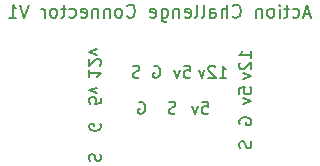
<source format=gbr>
G04 #@! TF.GenerationSoftware,KiCad,Pcbnew,7.0.1*
G04 #@! TF.CreationDate,2023-08-14T23:40:13-05:00*
G04 #@! TF.ProjectId,ButtonToActionChallenge,42757474-6f6e-4546-9f41-6374696f6e43,rev?*
G04 #@! TF.SameCoordinates,Original*
G04 #@! TF.FileFunction,Legend,Bot*
G04 #@! TF.FilePolarity,Positive*
%FSLAX46Y46*%
G04 Gerber Fmt 4.6, Leading zero omitted, Abs format (unit mm)*
G04 Created by KiCad (PCBNEW 7.0.1) date 2023-08-14 23:40:13*
%MOMM*%
%LPD*%
G01*
G04 APERTURE LIST*
%ADD10C,0.150000*%
%ADD11C,0.200000*%
G04 APERTURE END LIST*
D10*
X142870380Y-71374095D02*
X142870380Y-71945523D01*
X142870380Y-71659809D02*
X143870380Y-71659809D01*
X143870380Y-71659809D02*
X143727523Y-71755047D01*
X143727523Y-71755047D02*
X143632285Y-71850285D01*
X143632285Y-71850285D02*
X143584666Y-71945523D01*
X143775142Y-70993142D02*
X143822761Y-70945523D01*
X143822761Y-70945523D02*
X143870380Y-70850285D01*
X143870380Y-70850285D02*
X143870380Y-70612190D01*
X143870380Y-70612190D02*
X143822761Y-70516952D01*
X143822761Y-70516952D02*
X143775142Y-70469333D01*
X143775142Y-70469333D02*
X143679904Y-70421714D01*
X143679904Y-70421714D02*
X143584666Y-70421714D01*
X143584666Y-70421714D02*
X143441809Y-70469333D01*
X143441809Y-70469333D02*
X142870380Y-71040761D01*
X142870380Y-71040761D02*
X142870380Y-70421714D01*
X143537047Y-70088380D02*
X142870380Y-69850285D01*
X142870380Y-69850285D02*
X143537047Y-69612190D01*
D11*
X147129523Y-71966000D02*
X146986666Y-72013619D01*
X146986666Y-72013619D02*
X146748571Y-72013619D01*
X146748571Y-72013619D02*
X146653333Y-71966000D01*
X146653333Y-71966000D02*
X146605714Y-71918380D01*
X146605714Y-71918380D02*
X146558095Y-71823142D01*
X146558095Y-71823142D02*
X146558095Y-71727904D01*
X146558095Y-71727904D02*
X146605714Y-71632666D01*
X146605714Y-71632666D02*
X146653333Y-71585047D01*
X146653333Y-71585047D02*
X146748571Y-71537428D01*
X146748571Y-71537428D02*
X146939047Y-71489809D01*
X146939047Y-71489809D02*
X147034285Y-71442190D01*
X147034285Y-71442190D02*
X147081904Y-71394571D01*
X147081904Y-71394571D02*
X147129523Y-71299333D01*
X147129523Y-71299333D02*
X147129523Y-71204095D01*
X147129523Y-71204095D02*
X147081904Y-71108857D01*
X147081904Y-71108857D02*
X147034285Y-71061238D01*
X147034285Y-71061238D02*
X146939047Y-71013619D01*
X146939047Y-71013619D02*
X146700952Y-71013619D01*
X146700952Y-71013619D02*
X146558095Y-71061238D01*
D10*
X143870380Y-73707714D02*
X143870380Y-74183904D01*
X143870380Y-74183904D02*
X143394190Y-74231523D01*
X143394190Y-74231523D02*
X143441809Y-74183904D01*
X143441809Y-74183904D02*
X143489428Y-74088666D01*
X143489428Y-74088666D02*
X143489428Y-73850571D01*
X143489428Y-73850571D02*
X143441809Y-73755333D01*
X143441809Y-73755333D02*
X143394190Y-73707714D01*
X143394190Y-73707714D02*
X143298952Y-73660095D01*
X143298952Y-73660095D02*
X143060857Y-73660095D01*
X143060857Y-73660095D02*
X142965619Y-73707714D01*
X142965619Y-73707714D02*
X142918000Y-73755333D01*
X142918000Y-73755333D02*
X142870380Y-73850571D01*
X142870380Y-73850571D02*
X142870380Y-74088666D01*
X142870380Y-74088666D02*
X142918000Y-74183904D01*
X142918000Y-74183904D02*
X142965619Y-74231523D01*
X143537047Y-73326761D02*
X142870380Y-73088666D01*
X142870380Y-73088666D02*
X143537047Y-72850571D01*
D11*
X143822761Y-75946095D02*
X143870380Y-76041333D01*
X143870380Y-76041333D02*
X143870380Y-76184190D01*
X143870380Y-76184190D02*
X143822761Y-76327047D01*
X143822761Y-76327047D02*
X143727523Y-76422285D01*
X143727523Y-76422285D02*
X143632285Y-76469904D01*
X143632285Y-76469904D02*
X143441809Y-76517523D01*
X143441809Y-76517523D02*
X143298952Y-76517523D01*
X143298952Y-76517523D02*
X143108476Y-76469904D01*
X143108476Y-76469904D02*
X143013238Y-76422285D01*
X143013238Y-76422285D02*
X142918000Y-76327047D01*
X142918000Y-76327047D02*
X142870380Y-76184190D01*
X142870380Y-76184190D02*
X142870380Y-76088952D01*
X142870380Y-76088952D02*
X142918000Y-75946095D01*
X142918000Y-75946095D02*
X142965619Y-75898476D01*
X142965619Y-75898476D02*
X143298952Y-75898476D01*
X143298952Y-75898476D02*
X143298952Y-76088952D01*
X161588476Y-66607095D02*
X161064666Y-66607095D01*
X161693238Y-66921380D02*
X161326571Y-65821380D01*
X161326571Y-65821380D02*
X160959904Y-66921380D01*
X160121809Y-66869000D02*
X160226571Y-66921380D01*
X160226571Y-66921380D02*
X160436095Y-66921380D01*
X160436095Y-66921380D02*
X160540857Y-66869000D01*
X160540857Y-66869000D02*
X160593238Y-66816619D01*
X160593238Y-66816619D02*
X160645619Y-66711857D01*
X160645619Y-66711857D02*
X160645619Y-66397571D01*
X160645619Y-66397571D02*
X160593238Y-66292809D01*
X160593238Y-66292809D02*
X160540857Y-66240428D01*
X160540857Y-66240428D02*
X160436095Y-66188047D01*
X160436095Y-66188047D02*
X160226571Y-66188047D01*
X160226571Y-66188047D02*
X160121809Y-66240428D01*
X159807524Y-66188047D02*
X159388476Y-66188047D01*
X159650381Y-65821380D02*
X159650381Y-66764238D01*
X159650381Y-66764238D02*
X159598000Y-66869000D01*
X159598000Y-66869000D02*
X159493238Y-66921380D01*
X159493238Y-66921380D02*
X159388476Y-66921380D01*
X159021810Y-66921380D02*
X159021810Y-66188047D01*
X159021810Y-65821380D02*
X159074191Y-65873761D01*
X159074191Y-65873761D02*
X159021810Y-65926142D01*
X159021810Y-65926142D02*
X158969429Y-65873761D01*
X158969429Y-65873761D02*
X159021810Y-65821380D01*
X159021810Y-65821380D02*
X159021810Y-65926142D01*
X158340857Y-66921380D02*
X158445619Y-66869000D01*
X158445619Y-66869000D02*
X158498000Y-66816619D01*
X158498000Y-66816619D02*
X158550381Y-66711857D01*
X158550381Y-66711857D02*
X158550381Y-66397571D01*
X158550381Y-66397571D02*
X158498000Y-66292809D01*
X158498000Y-66292809D02*
X158445619Y-66240428D01*
X158445619Y-66240428D02*
X158340857Y-66188047D01*
X158340857Y-66188047D02*
X158183714Y-66188047D01*
X158183714Y-66188047D02*
X158078952Y-66240428D01*
X158078952Y-66240428D02*
X158026571Y-66292809D01*
X158026571Y-66292809D02*
X157974190Y-66397571D01*
X157974190Y-66397571D02*
X157974190Y-66711857D01*
X157974190Y-66711857D02*
X158026571Y-66816619D01*
X158026571Y-66816619D02*
X158078952Y-66869000D01*
X158078952Y-66869000D02*
X158183714Y-66921380D01*
X158183714Y-66921380D02*
X158340857Y-66921380D01*
X157502762Y-66188047D02*
X157502762Y-66921380D01*
X157502762Y-66292809D02*
X157450381Y-66240428D01*
X157450381Y-66240428D02*
X157345619Y-66188047D01*
X157345619Y-66188047D02*
X157188476Y-66188047D01*
X157188476Y-66188047D02*
X157083714Y-66240428D01*
X157083714Y-66240428D02*
X157031333Y-66345190D01*
X157031333Y-66345190D02*
X157031333Y-66921380D01*
X155040857Y-66816619D02*
X155093238Y-66869000D01*
X155093238Y-66869000D02*
X155250381Y-66921380D01*
X155250381Y-66921380D02*
X155355143Y-66921380D01*
X155355143Y-66921380D02*
X155512286Y-66869000D01*
X155512286Y-66869000D02*
X155617048Y-66764238D01*
X155617048Y-66764238D02*
X155669429Y-66659476D01*
X155669429Y-66659476D02*
X155721810Y-66449952D01*
X155721810Y-66449952D02*
X155721810Y-66292809D01*
X155721810Y-66292809D02*
X155669429Y-66083285D01*
X155669429Y-66083285D02*
X155617048Y-65978523D01*
X155617048Y-65978523D02*
X155512286Y-65873761D01*
X155512286Y-65873761D02*
X155355143Y-65821380D01*
X155355143Y-65821380D02*
X155250381Y-65821380D01*
X155250381Y-65821380D02*
X155093238Y-65873761D01*
X155093238Y-65873761D02*
X155040857Y-65926142D01*
X154569429Y-66921380D02*
X154569429Y-65821380D01*
X154098000Y-66921380D02*
X154098000Y-66345190D01*
X154098000Y-66345190D02*
X154150381Y-66240428D01*
X154150381Y-66240428D02*
X154255143Y-66188047D01*
X154255143Y-66188047D02*
X154412286Y-66188047D01*
X154412286Y-66188047D02*
X154517048Y-66240428D01*
X154517048Y-66240428D02*
X154569429Y-66292809D01*
X153102762Y-66921380D02*
X153102762Y-66345190D01*
X153102762Y-66345190D02*
X153155143Y-66240428D01*
X153155143Y-66240428D02*
X153259905Y-66188047D01*
X153259905Y-66188047D02*
X153469429Y-66188047D01*
X153469429Y-66188047D02*
X153574191Y-66240428D01*
X153102762Y-66869000D02*
X153207524Y-66921380D01*
X153207524Y-66921380D02*
X153469429Y-66921380D01*
X153469429Y-66921380D02*
X153574191Y-66869000D01*
X153574191Y-66869000D02*
X153626572Y-66764238D01*
X153626572Y-66764238D02*
X153626572Y-66659476D01*
X153626572Y-66659476D02*
X153574191Y-66554714D01*
X153574191Y-66554714D02*
X153469429Y-66502333D01*
X153469429Y-66502333D02*
X153207524Y-66502333D01*
X153207524Y-66502333D02*
X153102762Y-66449952D01*
X152421810Y-66921380D02*
X152526572Y-66869000D01*
X152526572Y-66869000D02*
X152578953Y-66764238D01*
X152578953Y-66764238D02*
X152578953Y-65821380D01*
X151845620Y-66921380D02*
X151950382Y-66869000D01*
X151950382Y-66869000D02*
X152002763Y-66764238D01*
X152002763Y-66764238D02*
X152002763Y-65821380D01*
X151007525Y-66869000D02*
X151112287Y-66921380D01*
X151112287Y-66921380D02*
X151321811Y-66921380D01*
X151321811Y-66921380D02*
X151426573Y-66869000D01*
X151426573Y-66869000D02*
X151478954Y-66764238D01*
X151478954Y-66764238D02*
X151478954Y-66345190D01*
X151478954Y-66345190D02*
X151426573Y-66240428D01*
X151426573Y-66240428D02*
X151321811Y-66188047D01*
X151321811Y-66188047D02*
X151112287Y-66188047D01*
X151112287Y-66188047D02*
X151007525Y-66240428D01*
X151007525Y-66240428D02*
X150955144Y-66345190D01*
X150955144Y-66345190D02*
X150955144Y-66449952D01*
X150955144Y-66449952D02*
X151478954Y-66554714D01*
X150483716Y-66188047D02*
X150483716Y-66921380D01*
X150483716Y-66292809D02*
X150431335Y-66240428D01*
X150431335Y-66240428D02*
X150326573Y-66188047D01*
X150326573Y-66188047D02*
X150169430Y-66188047D01*
X150169430Y-66188047D02*
X150064668Y-66240428D01*
X150064668Y-66240428D02*
X150012287Y-66345190D01*
X150012287Y-66345190D02*
X150012287Y-66921380D01*
X149017049Y-66188047D02*
X149017049Y-67078523D01*
X149017049Y-67078523D02*
X149069430Y-67183285D01*
X149069430Y-67183285D02*
X149121811Y-67235666D01*
X149121811Y-67235666D02*
X149226573Y-67288047D01*
X149226573Y-67288047D02*
X149383716Y-67288047D01*
X149383716Y-67288047D02*
X149488478Y-67235666D01*
X149017049Y-66869000D02*
X149121811Y-66921380D01*
X149121811Y-66921380D02*
X149331335Y-66921380D01*
X149331335Y-66921380D02*
X149436097Y-66869000D01*
X149436097Y-66869000D02*
X149488478Y-66816619D01*
X149488478Y-66816619D02*
X149540859Y-66711857D01*
X149540859Y-66711857D02*
X149540859Y-66397571D01*
X149540859Y-66397571D02*
X149488478Y-66292809D01*
X149488478Y-66292809D02*
X149436097Y-66240428D01*
X149436097Y-66240428D02*
X149331335Y-66188047D01*
X149331335Y-66188047D02*
X149121811Y-66188047D01*
X149121811Y-66188047D02*
X149017049Y-66240428D01*
X148074192Y-66869000D02*
X148178954Y-66921380D01*
X148178954Y-66921380D02*
X148388478Y-66921380D01*
X148388478Y-66921380D02*
X148493240Y-66869000D01*
X148493240Y-66869000D02*
X148545621Y-66764238D01*
X148545621Y-66764238D02*
X148545621Y-66345190D01*
X148545621Y-66345190D02*
X148493240Y-66240428D01*
X148493240Y-66240428D02*
X148388478Y-66188047D01*
X148388478Y-66188047D02*
X148178954Y-66188047D01*
X148178954Y-66188047D02*
X148074192Y-66240428D01*
X148074192Y-66240428D02*
X148021811Y-66345190D01*
X148021811Y-66345190D02*
X148021811Y-66449952D01*
X148021811Y-66449952D02*
X148545621Y-66554714D01*
X146083716Y-66816619D02*
X146136097Y-66869000D01*
X146136097Y-66869000D02*
X146293240Y-66921380D01*
X146293240Y-66921380D02*
X146398002Y-66921380D01*
X146398002Y-66921380D02*
X146555145Y-66869000D01*
X146555145Y-66869000D02*
X146659907Y-66764238D01*
X146659907Y-66764238D02*
X146712288Y-66659476D01*
X146712288Y-66659476D02*
X146764669Y-66449952D01*
X146764669Y-66449952D02*
X146764669Y-66292809D01*
X146764669Y-66292809D02*
X146712288Y-66083285D01*
X146712288Y-66083285D02*
X146659907Y-65978523D01*
X146659907Y-65978523D02*
X146555145Y-65873761D01*
X146555145Y-65873761D02*
X146398002Y-65821380D01*
X146398002Y-65821380D02*
X146293240Y-65821380D01*
X146293240Y-65821380D02*
X146136097Y-65873761D01*
X146136097Y-65873761D02*
X146083716Y-65926142D01*
X145455145Y-66921380D02*
X145559907Y-66869000D01*
X145559907Y-66869000D02*
X145612288Y-66816619D01*
X145612288Y-66816619D02*
X145664669Y-66711857D01*
X145664669Y-66711857D02*
X145664669Y-66397571D01*
X145664669Y-66397571D02*
X145612288Y-66292809D01*
X145612288Y-66292809D02*
X145559907Y-66240428D01*
X145559907Y-66240428D02*
X145455145Y-66188047D01*
X145455145Y-66188047D02*
X145298002Y-66188047D01*
X145298002Y-66188047D02*
X145193240Y-66240428D01*
X145193240Y-66240428D02*
X145140859Y-66292809D01*
X145140859Y-66292809D02*
X145088478Y-66397571D01*
X145088478Y-66397571D02*
X145088478Y-66711857D01*
X145088478Y-66711857D02*
X145140859Y-66816619D01*
X145140859Y-66816619D02*
X145193240Y-66869000D01*
X145193240Y-66869000D02*
X145298002Y-66921380D01*
X145298002Y-66921380D02*
X145455145Y-66921380D01*
X144617050Y-66188047D02*
X144617050Y-66921380D01*
X144617050Y-66292809D02*
X144564669Y-66240428D01*
X144564669Y-66240428D02*
X144459907Y-66188047D01*
X144459907Y-66188047D02*
X144302764Y-66188047D01*
X144302764Y-66188047D02*
X144198002Y-66240428D01*
X144198002Y-66240428D02*
X144145621Y-66345190D01*
X144145621Y-66345190D02*
X144145621Y-66921380D01*
X143621812Y-66188047D02*
X143621812Y-66921380D01*
X143621812Y-66292809D02*
X143569431Y-66240428D01*
X143569431Y-66240428D02*
X143464669Y-66188047D01*
X143464669Y-66188047D02*
X143307526Y-66188047D01*
X143307526Y-66188047D02*
X143202764Y-66240428D01*
X143202764Y-66240428D02*
X143150383Y-66345190D01*
X143150383Y-66345190D02*
X143150383Y-66921380D01*
X142207526Y-66869000D02*
X142312288Y-66921380D01*
X142312288Y-66921380D02*
X142521812Y-66921380D01*
X142521812Y-66921380D02*
X142626574Y-66869000D01*
X142626574Y-66869000D02*
X142678955Y-66764238D01*
X142678955Y-66764238D02*
X142678955Y-66345190D01*
X142678955Y-66345190D02*
X142626574Y-66240428D01*
X142626574Y-66240428D02*
X142521812Y-66188047D01*
X142521812Y-66188047D02*
X142312288Y-66188047D01*
X142312288Y-66188047D02*
X142207526Y-66240428D01*
X142207526Y-66240428D02*
X142155145Y-66345190D01*
X142155145Y-66345190D02*
X142155145Y-66449952D01*
X142155145Y-66449952D02*
X142678955Y-66554714D01*
X141212288Y-66869000D02*
X141317050Y-66921380D01*
X141317050Y-66921380D02*
X141526574Y-66921380D01*
X141526574Y-66921380D02*
X141631336Y-66869000D01*
X141631336Y-66869000D02*
X141683717Y-66816619D01*
X141683717Y-66816619D02*
X141736098Y-66711857D01*
X141736098Y-66711857D02*
X141736098Y-66397571D01*
X141736098Y-66397571D02*
X141683717Y-66292809D01*
X141683717Y-66292809D02*
X141631336Y-66240428D01*
X141631336Y-66240428D02*
X141526574Y-66188047D01*
X141526574Y-66188047D02*
X141317050Y-66188047D01*
X141317050Y-66188047D02*
X141212288Y-66240428D01*
X140898003Y-66188047D02*
X140478955Y-66188047D01*
X140740860Y-65821380D02*
X140740860Y-66764238D01*
X140740860Y-66764238D02*
X140688479Y-66869000D01*
X140688479Y-66869000D02*
X140583717Y-66921380D01*
X140583717Y-66921380D02*
X140478955Y-66921380D01*
X139955146Y-66921380D02*
X140059908Y-66869000D01*
X140059908Y-66869000D02*
X140112289Y-66816619D01*
X140112289Y-66816619D02*
X140164670Y-66711857D01*
X140164670Y-66711857D02*
X140164670Y-66397571D01*
X140164670Y-66397571D02*
X140112289Y-66292809D01*
X140112289Y-66292809D02*
X140059908Y-66240428D01*
X140059908Y-66240428D02*
X139955146Y-66188047D01*
X139955146Y-66188047D02*
X139798003Y-66188047D01*
X139798003Y-66188047D02*
X139693241Y-66240428D01*
X139693241Y-66240428D02*
X139640860Y-66292809D01*
X139640860Y-66292809D02*
X139588479Y-66397571D01*
X139588479Y-66397571D02*
X139588479Y-66711857D01*
X139588479Y-66711857D02*
X139640860Y-66816619D01*
X139640860Y-66816619D02*
X139693241Y-66869000D01*
X139693241Y-66869000D02*
X139798003Y-66921380D01*
X139798003Y-66921380D02*
X139955146Y-66921380D01*
X139117051Y-66921380D02*
X139117051Y-66188047D01*
X139117051Y-66397571D02*
X139064670Y-66292809D01*
X139064670Y-66292809D02*
X139012289Y-66240428D01*
X139012289Y-66240428D02*
X138907527Y-66188047D01*
X138907527Y-66188047D02*
X138802765Y-66188047D01*
X137755147Y-65821380D02*
X137388480Y-66921380D01*
X137388480Y-66921380D02*
X137021813Y-65821380D01*
X136078956Y-66921380D02*
X136707528Y-66921380D01*
X136393242Y-66921380D02*
X136393242Y-65821380D01*
X136393242Y-65821380D02*
X136498004Y-65978523D01*
X136498004Y-65978523D02*
X136602766Y-66083285D01*
X136602766Y-66083285D02*
X136707528Y-66135666D01*
D10*
X152447714Y-74061619D02*
X152923904Y-74061619D01*
X152923904Y-74061619D02*
X152971523Y-74537809D01*
X152971523Y-74537809D02*
X152923904Y-74490190D01*
X152923904Y-74490190D02*
X152828666Y-74442571D01*
X152828666Y-74442571D02*
X152590571Y-74442571D01*
X152590571Y-74442571D02*
X152495333Y-74490190D01*
X152495333Y-74490190D02*
X152447714Y-74537809D01*
X152447714Y-74537809D02*
X152400095Y-74633047D01*
X152400095Y-74633047D02*
X152400095Y-74871142D01*
X152400095Y-74871142D02*
X152447714Y-74966380D01*
X152447714Y-74966380D02*
X152495333Y-75014000D01*
X152495333Y-75014000D02*
X152590571Y-75061619D01*
X152590571Y-75061619D02*
X152828666Y-75061619D01*
X152828666Y-75061619D02*
X152923904Y-75014000D01*
X152923904Y-75014000D02*
X152971523Y-74966380D01*
X152066761Y-74394952D02*
X151828666Y-75061619D01*
X151828666Y-75061619D02*
X151590571Y-74394952D01*
D11*
X156548000Y-77406476D02*
X156595619Y-77549333D01*
X156595619Y-77549333D02*
X156595619Y-77787428D01*
X156595619Y-77787428D02*
X156548000Y-77882666D01*
X156548000Y-77882666D02*
X156500380Y-77930285D01*
X156500380Y-77930285D02*
X156405142Y-77977904D01*
X156405142Y-77977904D02*
X156309904Y-77977904D01*
X156309904Y-77977904D02*
X156214666Y-77930285D01*
X156214666Y-77930285D02*
X156167047Y-77882666D01*
X156167047Y-77882666D02*
X156119428Y-77787428D01*
X156119428Y-77787428D02*
X156071809Y-77596952D01*
X156071809Y-77596952D02*
X156024190Y-77501714D01*
X156024190Y-77501714D02*
X155976571Y-77454095D01*
X155976571Y-77454095D02*
X155881333Y-77406476D01*
X155881333Y-77406476D02*
X155786095Y-77406476D01*
X155786095Y-77406476D02*
X155690857Y-77454095D01*
X155690857Y-77454095D02*
X155643238Y-77501714D01*
X155643238Y-77501714D02*
X155595619Y-77596952D01*
X155595619Y-77596952D02*
X155595619Y-77835047D01*
X155595619Y-77835047D02*
X155643238Y-77977904D01*
X150177523Y-75014000D02*
X150034666Y-75061619D01*
X150034666Y-75061619D02*
X149796571Y-75061619D01*
X149796571Y-75061619D02*
X149701333Y-75014000D01*
X149701333Y-75014000D02*
X149653714Y-74966380D01*
X149653714Y-74966380D02*
X149606095Y-74871142D01*
X149606095Y-74871142D02*
X149606095Y-74775904D01*
X149606095Y-74775904D02*
X149653714Y-74680666D01*
X149653714Y-74680666D02*
X149701333Y-74633047D01*
X149701333Y-74633047D02*
X149796571Y-74585428D01*
X149796571Y-74585428D02*
X149987047Y-74537809D01*
X149987047Y-74537809D02*
X150082285Y-74490190D01*
X150082285Y-74490190D02*
X150129904Y-74442571D01*
X150129904Y-74442571D02*
X150177523Y-74347333D01*
X150177523Y-74347333D02*
X150177523Y-74252095D01*
X150177523Y-74252095D02*
X150129904Y-74156857D01*
X150129904Y-74156857D02*
X150082285Y-74109238D01*
X150082285Y-74109238D02*
X149987047Y-74061619D01*
X149987047Y-74061619D02*
X149748952Y-74061619D01*
X149748952Y-74061619D02*
X149606095Y-74109238D01*
X148336095Y-71061238D02*
X148431333Y-71013619D01*
X148431333Y-71013619D02*
X148574190Y-71013619D01*
X148574190Y-71013619D02*
X148717047Y-71061238D01*
X148717047Y-71061238D02*
X148812285Y-71156476D01*
X148812285Y-71156476D02*
X148859904Y-71251714D01*
X148859904Y-71251714D02*
X148907523Y-71442190D01*
X148907523Y-71442190D02*
X148907523Y-71585047D01*
X148907523Y-71585047D02*
X148859904Y-71775523D01*
X148859904Y-71775523D02*
X148812285Y-71870761D01*
X148812285Y-71870761D02*
X148717047Y-71966000D01*
X148717047Y-71966000D02*
X148574190Y-72013619D01*
X148574190Y-72013619D02*
X148478952Y-72013619D01*
X148478952Y-72013619D02*
X148336095Y-71966000D01*
X148336095Y-71966000D02*
X148288476Y-71918380D01*
X148288476Y-71918380D02*
X148288476Y-71585047D01*
X148288476Y-71585047D02*
X148478952Y-71585047D01*
D10*
X150923714Y-71013619D02*
X151399904Y-71013619D01*
X151399904Y-71013619D02*
X151447523Y-71489809D01*
X151447523Y-71489809D02*
X151399904Y-71442190D01*
X151399904Y-71442190D02*
X151304666Y-71394571D01*
X151304666Y-71394571D02*
X151066571Y-71394571D01*
X151066571Y-71394571D02*
X150971333Y-71442190D01*
X150971333Y-71442190D02*
X150923714Y-71489809D01*
X150923714Y-71489809D02*
X150876095Y-71585047D01*
X150876095Y-71585047D02*
X150876095Y-71823142D01*
X150876095Y-71823142D02*
X150923714Y-71918380D01*
X150923714Y-71918380D02*
X150971333Y-71966000D01*
X150971333Y-71966000D02*
X151066571Y-72013619D01*
X151066571Y-72013619D02*
X151304666Y-72013619D01*
X151304666Y-72013619D02*
X151399904Y-71966000D01*
X151399904Y-71966000D02*
X151447523Y-71918380D01*
X150542761Y-71346952D02*
X150304666Y-72013619D01*
X150304666Y-72013619D02*
X150066571Y-71346952D01*
X156595619Y-70357904D02*
X156595619Y-69786476D01*
X156595619Y-70072190D02*
X155595619Y-70072190D01*
X155595619Y-70072190D02*
X155738476Y-69976952D01*
X155738476Y-69976952D02*
X155833714Y-69881714D01*
X155833714Y-69881714D02*
X155881333Y-69786476D01*
X155690857Y-70738857D02*
X155643238Y-70786476D01*
X155643238Y-70786476D02*
X155595619Y-70881714D01*
X155595619Y-70881714D02*
X155595619Y-71119809D01*
X155595619Y-71119809D02*
X155643238Y-71215047D01*
X155643238Y-71215047D02*
X155690857Y-71262666D01*
X155690857Y-71262666D02*
X155786095Y-71310285D01*
X155786095Y-71310285D02*
X155881333Y-71310285D01*
X155881333Y-71310285D02*
X156024190Y-71262666D01*
X156024190Y-71262666D02*
X156595619Y-70691238D01*
X156595619Y-70691238D02*
X156595619Y-71310285D01*
X155928952Y-71643619D02*
X156595619Y-71881714D01*
X156595619Y-71881714D02*
X155928952Y-72119809D01*
D11*
X142918000Y-79057523D02*
X142870380Y-78914666D01*
X142870380Y-78914666D02*
X142870380Y-78676571D01*
X142870380Y-78676571D02*
X142918000Y-78581333D01*
X142918000Y-78581333D02*
X142965619Y-78533714D01*
X142965619Y-78533714D02*
X143060857Y-78486095D01*
X143060857Y-78486095D02*
X143156095Y-78486095D01*
X143156095Y-78486095D02*
X143251333Y-78533714D01*
X143251333Y-78533714D02*
X143298952Y-78581333D01*
X143298952Y-78581333D02*
X143346571Y-78676571D01*
X143346571Y-78676571D02*
X143394190Y-78867047D01*
X143394190Y-78867047D02*
X143441809Y-78962285D01*
X143441809Y-78962285D02*
X143489428Y-79009904D01*
X143489428Y-79009904D02*
X143584666Y-79057523D01*
X143584666Y-79057523D02*
X143679904Y-79057523D01*
X143679904Y-79057523D02*
X143775142Y-79009904D01*
X143775142Y-79009904D02*
X143822761Y-78962285D01*
X143822761Y-78962285D02*
X143870380Y-78867047D01*
X143870380Y-78867047D02*
X143870380Y-78628952D01*
X143870380Y-78628952D02*
X143822761Y-78486095D01*
D10*
X155595619Y-73358285D02*
X155595619Y-72882095D01*
X155595619Y-72882095D02*
X156071809Y-72834476D01*
X156071809Y-72834476D02*
X156024190Y-72882095D01*
X156024190Y-72882095D02*
X155976571Y-72977333D01*
X155976571Y-72977333D02*
X155976571Y-73215428D01*
X155976571Y-73215428D02*
X156024190Y-73310666D01*
X156024190Y-73310666D02*
X156071809Y-73358285D01*
X156071809Y-73358285D02*
X156167047Y-73405904D01*
X156167047Y-73405904D02*
X156405142Y-73405904D01*
X156405142Y-73405904D02*
X156500380Y-73358285D01*
X156500380Y-73358285D02*
X156548000Y-73310666D01*
X156548000Y-73310666D02*
X156595619Y-73215428D01*
X156595619Y-73215428D02*
X156595619Y-72977333D01*
X156595619Y-72977333D02*
X156548000Y-72882095D01*
X156548000Y-72882095D02*
X156500380Y-72834476D01*
X155928952Y-73739238D02*
X156595619Y-73977333D01*
X156595619Y-73977333D02*
X155928952Y-74215428D01*
X153924095Y-72013619D02*
X154495523Y-72013619D01*
X154209809Y-72013619D02*
X154209809Y-71013619D01*
X154209809Y-71013619D02*
X154305047Y-71156476D01*
X154305047Y-71156476D02*
X154400285Y-71251714D01*
X154400285Y-71251714D02*
X154495523Y-71299333D01*
X153543142Y-71108857D02*
X153495523Y-71061238D01*
X153495523Y-71061238D02*
X153400285Y-71013619D01*
X153400285Y-71013619D02*
X153162190Y-71013619D01*
X153162190Y-71013619D02*
X153066952Y-71061238D01*
X153066952Y-71061238D02*
X153019333Y-71108857D01*
X153019333Y-71108857D02*
X152971714Y-71204095D01*
X152971714Y-71204095D02*
X152971714Y-71299333D01*
X152971714Y-71299333D02*
X153019333Y-71442190D01*
X153019333Y-71442190D02*
X153590761Y-72013619D01*
X153590761Y-72013619D02*
X152971714Y-72013619D01*
X152638380Y-71346952D02*
X152400285Y-72013619D01*
X152400285Y-72013619D02*
X152162190Y-71346952D01*
D11*
X147066095Y-74109238D02*
X147161333Y-74061619D01*
X147161333Y-74061619D02*
X147304190Y-74061619D01*
X147304190Y-74061619D02*
X147447047Y-74109238D01*
X147447047Y-74109238D02*
X147542285Y-74204476D01*
X147542285Y-74204476D02*
X147589904Y-74299714D01*
X147589904Y-74299714D02*
X147637523Y-74490190D01*
X147637523Y-74490190D02*
X147637523Y-74633047D01*
X147637523Y-74633047D02*
X147589904Y-74823523D01*
X147589904Y-74823523D02*
X147542285Y-74918761D01*
X147542285Y-74918761D02*
X147447047Y-75014000D01*
X147447047Y-75014000D02*
X147304190Y-75061619D01*
X147304190Y-75061619D02*
X147208952Y-75061619D01*
X147208952Y-75061619D02*
X147066095Y-75014000D01*
X147066095Y-75014000D02*
X147018476Y-74966380D01*
X147018476Y-74966380D02*
X147018476Y-74633047D01*
X147018476Y-74633047D02*
X147208952Y-74633047D01*
X155643238Y-75945904D02*
X155595619Y-75850666D01*
X155595619Y-75850666D02*
X155595619Y-75707809D01*
X155595619Y-75707809D02*
X155643238Y-75564952D01*
X155643238Y-75564952D02*
X155738476Y-75469714D01*
X155738476Y-75469714D02*
X155833714Y-75422095D01*
X155833714Y-75422095D02*
X156024190Y-75374476D01*
X156024190Y-75374476D02*
X156167047Y-75374476D01*
X156167047Y-75374476D02*
X156357523Y-75422095D01*
X156357523Y-75422095D02*
X156452761Y-75469714D01*
X156452761Y-75469714D02*
X156548000Y-75564952D01*
X156548000Y-75564952D02*
X156595619Y-75707809D01*
X156595619Y-75707809D02*
X156595619Y-75803047D01*
X156595619Y-75803047D02*
X156548000Y-75945904D01*
X156548000Y-75945904D02*
X156500380Y-75993523D01*
X156500380Y-75993523D02*
X156167047Y-75993523D01*
X156167047Y-75993523D02*
X156167047Y-75803047D01*
M02*

</source>
